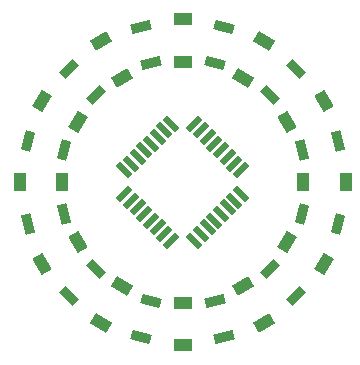
<source format=gbp>
%FSLAX33Y33*%
%MOMM*%
%AMRect-W820710-H1670710-RO1.083*
21,1,0.82071,1.67071,0.,0.,165*%
%AMRect-W1000000-H1600000-RO0.833*
21,1,1.,1.6,0.,0.,210*%
%AMRect-W1500000-H550000-RO0.750*
21,1,1.5,0.55,0.,0.,225*%
%AMRect-W550000-H1500000-RO0.750*
21,1,0.55,1.5,0.,0.,225*%
%AMRect-W820710-H1670710-RO0.250*
21,1,0.82071,1.67071,0.,0.,315*%
%AMRect-W1000000-H1600000-RO1.667*
21,1,1.,1.6,0.,0.,59*%
%AMRect-W1000000-H1600000-RO1.000*
21,1,1.,1.6,0.,0.,180*%
%AMRect-W1000000-H1600000-RO0.500*
21,1,1.,1.6,0.,0.,270*%
%AMRect-W820710-H1670710-RO1.417*
21,1,0.82071,1.67071,0.,0.,104*%
%AMRect-W820710-H1670710-RO1.917*
21,1,0.82071,1.67071,0.,0.,14*%
%AMRect-W820710-H1670710-RO0.917*
21,1,0.82071,1.67071,0.,0.,194*%
%AMRect-W1000000-H1600000-RO0.667*
21,1,1.,1.6,0.,0.,239*%
%AMRect-W1000000-H1600000-RO0.167*
21,1,1.,1.6,0.,0.,329*%
%AMRect-W1000000-H1600000-RO1.333*
21,1,1.,1.6,0.,0.,120*%
%AMRect-W820710-H1670710-RO1.750*
21,1,0.82071,1.67071,0.,0.,45*%
%AMRect-W820710-H1670710-RO0.583*
21,1,0.82071,1.67071,0.,0.,255*%
%AMRect-W1000000-H1600000-RO0.333*
21,1,1.,1.6,0.,0.,300*%
%AMRect-W1000000-H1600000-RO1.167*
21,1,1.,1.6,0.,0.,149*%
%AMRect-W1000000-H1600000-RO1.500*
21,1,1.,1.6,0.,0.,90*%
%AMRect-W820710-H1670710-RO1.583*
21,1,0.82071,1.67071,0.,0.,75*%
%AMRect-W820710-H1670710-RO1.250*
21,1,0.82071,1.67071,0.,0.,135*%
%AMRect-W1000000-H1600000-RO1.833*
21,1,1.,1.6,0.,0.,30*%
%AMRect-W820710-H1670710-RO0.417*
21,1,0.82071,1.67071,0.,0.,284*%
%AMRect-W820710-H1670710-RO0.083*
21,1,0.82071,1.67071,0.,0.,345*%
%AMRect-W820710-H1670710-RO0.750*
21,1,0.82071,1.67071,0.,0.,225*%
%ADD10Rect-W820710-H1670710-RO1.083*%
%ADD11Rect-W1000000-H1600000-RO0.833*%
%ADD12Rect-W1500000-H550000-RO0.750*%
%ADD13Rect-W550000-H1500000-RO0.750*%
%ADD14Rect-W820710-H1670710-RO0.250*%
%ADD15Rect-W1000000-H1600000-RO1.667*%
%ADD16Rect-W1000000-H1600000-RO1.000*%
%ADD17Rect-W1000000-H1600000-RO0.500*%
%ADD18Rect-W820710-H1670710-RO1.417*%
%ADD19Rect-W820710-H1670710-RO1.917*%
%ADD20Rect-W820710-H1670710-RO0.917*%
%ADD21Rect-W1000000-H1600000-RO0.667*%
%ADD22Rect-W1000000-H1600000-RO0.167*%
%ADD23Rect-W1000000-H1600000-RO1.333*%
%ADD24Rect-W820710-H1670710-RO1.750*%
%ADD25R,1.X1.6*%
%ADD26Rect-W820710-H1670710-RO0.583*%
%ADD27Rect-W1000000-H1600000-RO0.333*%
%ADD28Rect-W1000000-H1600000-RO1.167*%
%ADD29Rect-W1000000-H1600000-RO1.500*%
%ADD30Rect-W820710-H1670710-RO1.583*%
%ADD31Rect-W820710-H1670710-RO1.250*%
%ADD32Rect-W1000000-H1600000-RO1.833*%
%ADD33Rect-W820710-H1670710-RO0.417*%
%ADD34Rect-W820710-H1670710-RO0.083*%
%ADD35Rect-W820710-H1670710-RO0.750*%
D10*
%LNbottom paste_traces*%
%LNbottom paste component 8aa275ccca7feb41*%
G01*
X13112Y-3513D03*
X10070Y-2698D03*
%LNbottom paste component e9943314145f358e*%
D11*
X-8833Y-5100D03*
X-11951Y-6900D03*
%LNbottom paste component 808e261540aafebd*%
D12*
X0990Y4950D03*
X1556Y4384D03*
X2121Y3818D03*
X2687Y3253D03*
X3253Y2687D03*
X3818Y2121D03*
X4384Y1556D03*
X4950Y0990D03*
X-0990Y-4950D03*
X-1556Y-4384D03*
X-2121Y-3818D03*
X-2687Y-3253D03*
X-3253Y-2687D03*
X-3818Y-2121D03*
X-4384Y-1556D03*
X-4950Y-0990D03*
D13*
X4950Y-0990D03*
X4384Y-1556D03*
X3818Y-2121D03*
X3253Y-2687D03*
X2687Y-3253D03*
X2121Y-3818D03*
X1556Y-4384D03*
X0990Y-4950D03*
X-4950Y0990D03*
X-4384Y1556D03*
X-3818Y2121D03*
X-3253Y2687D03*
X-2687Y3253D03*
X-2121Y3818D03*
X-1556Y4384D03*
X-0990Y4950D03*
%LNbottom paste component 8ee4650f91a34d82*%
D14*
X-9599Y9599D03*
X-7372Y7372D03*
%LNbottom paste component e9ee5f17190bf123*%
D15*
X5100Y8833D03*
X6900Y11951D03*
%LNbottom paste component 5aece739fc2b3f2f*%
D16*
X-10200Y0D03*
X-13800Y0D03*
%LNbottom paste component 0c473b9a4507b8da*%
D17*
X0Y-10200D03*
X0Y-13800D03*
%LNbottom paste component db2630d93448bc16*%
D18*
X3513Y-13112D03*
X2698Y-10070D03*
%LNbottom paste component cdadfba74f59bf90*%
D19*
X-13112Y-3513D03*
X-10070Y-2698D03*
%LNbottom paste component a993848d88c5d4a7*%
D20*
X13112Y3513D03*
X10070Y2698D03*
%LNbottom paste component 70ba74aca821d651*%
D21*
X-5100Y-8833D03*
X-6900Y-11951D03*
%LNbottom paste component 2fcad440e7df3c95*%
D22*
X8833Y-5100D03*
X11951Y-6900D03*
%LNbottom paste component db9e794937d022a8*%
D23*
X-5100Y8833D03*
X-6900Y11951D03*
%LNbottom paste component 0d551f7f90ed14d1*%
D24*
X-9599Y-9599D03*
X-7372Y-7372D03*
%LNbottom paste component 619521feefd1df79*%
D25*
X10200Y0D03*
X13800Y0D03*
%LNbottom paste component 505b42804c31b728*%
D26*
X3513Y13112D03*
X2698Y10070D03*
%LNbottom paste component 13d7b99a4e69ae30*%
D27*
X5100Y-8833D03*
X6900Y-11951D03*
%LNbottom paste component f59111818d0ab364*%
D28*
X-8833Y5100D03*
X-11951Y6900D03*
%LNbottom paste component 4f0af1f200f7ceea*%
D29*
X0Y10200D03*
X0Y13800D03*
%LNbottom paste component 4382c10fe1831511*%
D30*
X-3513Y-13112D03*
X-2698Y-10070D03*
%LNbottom paste component 8231672d914e720a*%
D31*
X9599Y-9599D03*
X7372Y-7372D03*
%LNbottom paste component 693438da68d23a3f*%
D32*
X8833Y5100D03*
X11951Y6900D03*
%LNbottom paste component 1d2d553dd21097b4*%
D33*
X-3513Y13112D03*
X-2698Y10070D03*
%LNbottom paste component 9e10f6db4a21fd8f*%
D34*
X-13112Y3513D03*
X-10070Y2698D03*
%LNbottom paste component 413fa2ab739e4b5a*%
D35*
X9599Y9599D03*
X7372Y7372D03*
M02*
</source>
